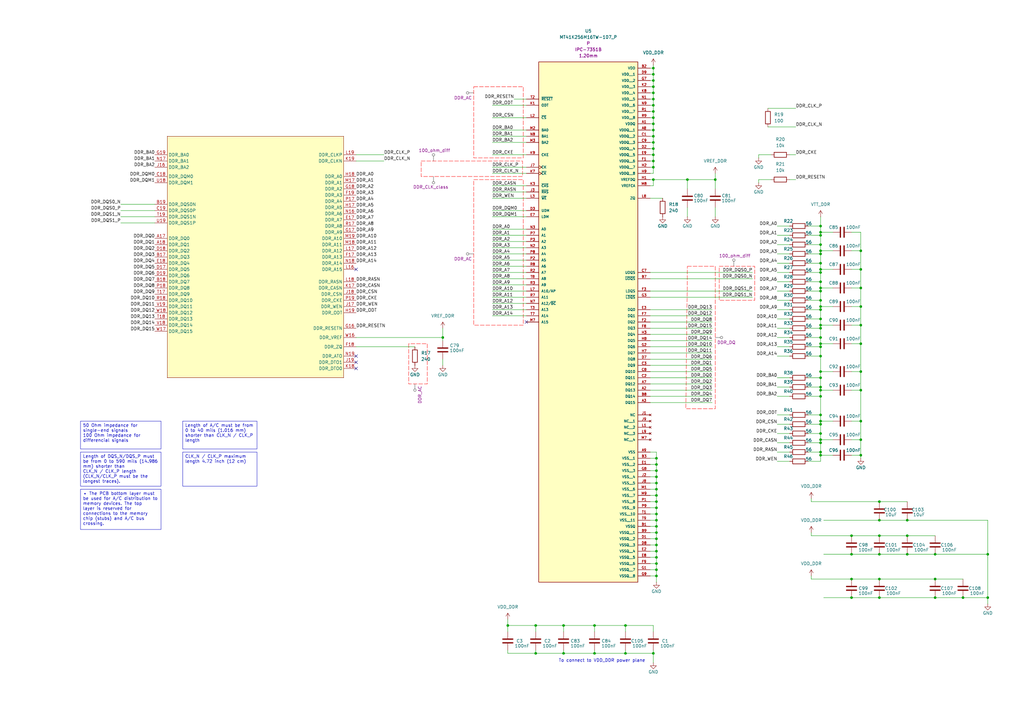
<source format=kicad_sch>
(kicad_sch (version 20250114) (generator "eeschema") (generator_version "9.0")
  (paper "A3")
  (title_block (comment 1 "Author: Mykola Grodskyi"))
  (text "To connect to VDD_DDR power plane" (at 246.888 271.018 0) (effects (font (size 1.27 1.27))))
  (text_box "Length of DQS_N/DQS_P must be from 0 to 590 mils (14.986 mm) shorter than\nCLK_N / CLK_P length (CLK_N/CLK_P must be the longest traces)." (at 33.02 185.42 0) (size 33.02 13.97) (margins 0.9525 0.9525 0.9525 0.9525) (effects (font (size 1.27 1.27)) (justify left top)))
  (text_box "• The PCB bottom layer must be used for A/C distribution to memory devices. The top\nlayer is reserved for connections to the memory chip (stubs) and A/C bus crossing." (at 33.02 200.66 0) (size 33.02 16.51) (margins 0.9525 0.9525 0.9525 0.9525) (effects (font (size 1.27 1.27)) (justify left top)))
  (text_box "CLK_N / CLK_P maximum length 4.72 inch (12 cm)" (at 74.93 185.42 0) (size 30.48 13.97) (margins 0.9525 0.9525 0.9525 0.9525) (effects (font (size 1.27 1.27)) (justify left top)))
  (text_box "50 Ohm impedance for single-end signals\n100 Ohm impedance for differencial signals" (at 33.02 172.72 0) (size 33.02 11.43) (margins 0.9525 0.9525 0.9525 0.9525) (effects (font (size 1.27 1.27)) (justify left top)))
  (text_box "Length of A/C must be from 0 to 40 mils (1.016 mm) shorter than CLK_N / CLK_P\nlength \n" (at 74.93 172.72 0) (size 30.48 11.43) (margins 0.9525 0.9525 0.9525 0.9525) (effects (font (size 1.27 1.27)) (justify left top)))
  (junction (at 267.97 60.96))
  (junction (at 336.55 177.8))
  (junction (at 269.24 193.04))
  (junction (at 269.24 233.68))
  (junction (at 267.97 73.66))
  (junction (at 269.24 200.66))
  (junction (at 353.06 186.69))
  (junction (at 349.25 237.49))
  (junction (at 336.55 170.18))
  (junction (at 269.24 205.74))
  (junction (at 269.24 187.96))
  (junction (at 231.14 256.54))
  (junction (at 269.24 223.52))
  (junction (at 269.24 210.82))
  (junction (at 336.55 111.76))
  (junction (at 353.06 140.97))
  (junction (at 267.97 68.58))
  (junction (at 267.97 27.94))
  (junction (at 394.97 245.11))
  (junction (at 336.55 173.99))
  (junction (at 336.55 186.69))
  (junction (at 336.55 138.43))
  (junction (at 336.55 102.87))
  (junction (at 336.55 100.33))
  (junction (at 256.54 267.97))
  (junction (at 293.37 73.66))
  (junction (at 336.55 123.19))
  (junction (at 360.68 219.71))
  (junction (at 219.71 256.54))
  (junction (at 353.06 160.02))
  (junction (at 336.55 152.4))
  (junction (at 267.97 35.56))
  (junction (at 353.06 125.73))
  (junction (at 383.54 227.33))
  (junction (at 269.24 220.98))
  (junction (at 383.54 245.11))
  (junction (at 269.24 208.28))
  (junction (at 336.55 180.34))
  (junction (at 267.97 66.04))
  (junction (at 269.24 195.58))
  (junction (at 336.55 133.35))
  (junction (at 349.25 219.71))
  (junction (at 181.61 138.43))
  (junction (at 336.55 115.57))
  (junction (at 360.68 213.36))
  (junction (at 349.25 227.33))
  (junction (at 336.55 162.56))
  (junction (at 336.55 172.72))
  (junction (at 372.11 227.33))
  (junction (at 243.84 267.97))
  (junction (at 336.55 92.71))
  (junction (at 267.97 40.64))
  (junction (at 353.06 152.4))
  (junction (at 269.24 198.12))
  (junction (at 353.06 118.11))
  (junction (at 269.24 226.06))
  (junction (at 372.11 213.36))
  (junction (at 243.84 256.54))
  (junction (at 360.68 205.74))
  (junction (at 353.06 133.35))
  (junction (at 267.97 45.72))
  (junction (at 336.55 160.02))
  (junction (at 336.55 119.38))
  (junction (at 353.06 102.87))
  (junction (at 269.24 231.14))
  (junction (at 336.55 118.11))
  (junction (at 269.24 190.5))
  (junction (at 267.97 63.5))
  (junction (at 269.24 218.44))
  (junction (at 336.55 134.62))
  (junction (at 383.54 237.49))
  (junction (at 267.97 30.48))
  (junction (at 336.55 154.94))
  (junction (at 405.13 227.33))
  (junction (at 336.55 95.25))
  (junction (at 360.68 227.33))
  (junction (at 372.11 219.71))
  (junction (at 336.55 104.14))
  (junction (at 267.97 267.97))
  (junction (at 267.97 50.8))
  (junction (at 353.06 180.34))
  (junction (at 336.55 110.49))
  (junction (at 269.24 228.6))
  (junction (at 267.97 43.18))
  (junction (at 269.24 215.9))
  (junction (at 353.06 172.72))
  (junction (at 267.97 33.02))
  (junction (at 256.54 256.54))
  (junction (at 336.55 125.73))
  (junction (at 281.94 73.66))
  (junction (at 208.28 256.54))
  (junction (at 360.68 245.11))
  (junction (at 336.55 130.81))
  (junction (at 336.55 142.24))
  (junction (at 267.97 53.34))
  (junction (at 269.24 203.2))
  (junction (at 336.55 185.42))
  (junction (at 269.24 213.36))
  (junction (at 336.55 146.05))
  (junction (at 353.06 110.49))
  (junction (at 267.97 38.1))
  (junction (at 219.71 267.97))
  (junction (at 269.24 236.22))
  (junction (at 267.97 48.26))
  (junction (at 267.97 58.42))
  (junction (at 231.14 267.97))
  (junction (at 360.68 237.49))
  (junction (at 336.55 96.52))
  (junction (at 336.55 158.75))
  (junction (at 336.55 181.61))
  (junction (at 405.13 245.11))
  (junction (at 336.55 107.95))
  (junction (at 349.25 245.11))
  (junction (at 336.55 127))
  (junction (at 267.97 55.88))
  (junction (at 336.55 140.97))
  (no_connect (at 146.05 110.49))
  (no_connect (at 215.9 132.08))
  (no_connect (at 146.05 148.59))
  (no_connect (at 146.05 151.13))
  (no_connect (at 146.05 146.05))
  (wire (pts (xy 269.24 205.74) (xy 269.24 208.28)))
  (wire (pts (xy 318.77 189.23) (xy 323.85 189.23)))
  (wire (pts (xy 353.06 102.87) (xy 353.06 110.49)))
  (wire (pts (xy 281.94 73.66) (xy 281.94 77.47)))
  (wire (pts (xy 269.24 193.04) (xy 269.24 195.58)))
  (wire (pts (xy 336.55 185.42) (xy 336.55 186.69)))
  (wire (pts (xy 336.55 100.33) (xy 336.55 102.87)))
  (wire (pts (xy 201.93 101.6) (xy 215.9 101.6)))
  (wire (pts (xy 256.54 256.54) (xy 256.54 259.08)))
  (wire (pts (xy 341.63 186.69) (xy 336.55 186.69)))
  (wire (pts (xy 383.54 245.11) (xy 394.97 245.11)))
  (wire (pts (xy 336.55 104.14) (xy 336.55 107.95)))
  (wire (pts (xy 360.68 245.11) (xy 383.54 245.11)))
  (wire (pts (xy 336.55 95.25) (xy 336.55 96.52)))
  (wire (pts (xy 266.7 149.86) (xy 292.1 149.86)))
  (wire (pts (xy 157.48 66.04) (xy 146.05 66.04)))
  (wire (pts (xy 267.97 30.48) (xy 267.97 33.02)))
  (wire (pts (xy 336.55 92.71) (xy 336.55 95.25)))
  (wire (pts (xy 318.77 181.61) (xy 323.85 181.61)))
  (wire (pts (xy 267.97 267.97) (xy 267.97 271.78)))
  (wire (pts (xy 336.55 119.38) (xy 331.47 119.38)))
  (wire (pts (xy 269.24 208.28) (xy 266.7 208.28)))
  (wire (pts (xy 336.55 111.76) (xy 336.55 115.57)))
  (wire (pts (xy 266.7 129.54) (xy 292.1 129.54)))
  (wire (pts (xy 311.15 73.66) (xy 316.23 73.66)))
  (wire (pts (xy 318.77 142.24) (xy 323.85 142.24)))
  (wire (pts (xy 353.06 140.97) (xy 353.06 152.4)))
  (wire (pts (xy 336.55 123.19) (xy 331.47 123.19)))
  (wire (pts (xy 269.24 198.12) (xy 266.7 198.12)))
  (wire (pts (xy 336.55 146.05) (xy 336.55 152.4)))
  (wire (pts (xy 269.24 213.36) (xy 269.24 215.9)))
  (wire (pts (xy 336.55 181.61) (xy 336.55 185.42)))
  (wire (pts (xy 336.55 102.87) (xy 336.55 104.14)))
  (wire (pts (xy 336.55 142.24) (xy 331.47 142.24)))
  (wire (pts (xy 269.24 226.06) (xy 266.7 226.06)))
  (wire (pts (xy 49.53 86.36) (xy 63.5 86.36)))
  (wire (pts (xy 341.63 125.73) (xy 336.55 125.73)))
  (wire (pts (xy 336.55 115.57) (xy 331.47 115.57)))
  (wire (pts (xy 360.68 213.36) (xy 372.11 213.36)))
  (wire (pts (xy 341.63 102.87) (xy 336.55 102.87)))
  (wire (pts (xy 336.55 185.42) (xy 331.47 185.42)))
  (wire (pts (xy 336.55 170.18) (xy 336.55 172.72)))
  (wire (pts (xy 353.06 133.35) (xy 349.25 133.35)))
  (wire (pts (xy 269.24 200.66) (xy 266.7 200.66)))
  (wire (pts (xy 266.7 139.7) (xy 292.1 139.7)))
  (wire (pts (xy 311.15 63.5) (xy 316.23 63.5)))
  (wire (pts (xy 372.11 227.33) (xy 383.54 227.33)))
  (wire (pts (xy 336.55 92.71) (xy 331.47 92.71)))
  (wire (pts (xy 336.55 134.62) (xy 336.55 138.43)))
  (wire (pts (xy 267.97 40.64) (xy 267.97 43.18)))
  (wire (pts (xy 201.93 86.36) (xy 215.9 86.36)))
  (wire (pts (xy 267.97 43.18) (xy 267.97 45.72)))
  (wire (pts (xy 394.97 245.11) (xy 405.13 245.11)))
  (wire (pts (xy 49.53 91.44) (xy 63.5 91.44)))
  (wire (pts (xy 383.54 237.49) (xy 394.97 237.49)))
  (wire (pts (xy 266.7 157.48) (xy 292.1 157.48)))
  (wire (pts (xy 267.97 27.94) (xy 266.7 27.94)))
  (wire (pts (xy 405.13 245.11) (xy 405.13 247.65)))
  (wire (pts (xy 269.24 195.58) (xy 266.7 195.58)))
  (wire (pts (xy 269.24 220.98) (xy 266.7 220.98)))
  (wire (pts (xy 266.7 134.62) (xy 292.1 134.62)))
  (wire (pts (xy 201.93 121.92) (xy 215.9 121.92)))
  (wire (pts (xy 267.97 68.58) (xy 267.97 71.12)))
  (wire (pts (xy 267.97 33.02) (xy 266.7 33.02)))
  (wire (pts (xy 269.24 185.42) (xy 269.24 187.96)))
  (wire (pts (xy 266.7 119.38) (xy 308.61 119.38)))
  (wire (pts (xy 269.24 223.52) (xy 266.7 223.52)))
  (wire (pts (xy 349.25 219.71) (xy 360.68 219.71)))
  (wire (pts (xy 269.24 220.98) (xy 269.24 223.52)))
  (wire (pts (xy 267.97 26.67) (xy 267.97 27.94)))
  (wire (pts (xy 267.97 55.88) (xy 266.7 55.88)))
  (wire (pts (xy 311.15 64.77) (xy 311.15 63.5)))
  (wire (pts (xy 372.11 219.71) (xy 383.54 219.71)))
  (wire (pts (xy 266.7 73.66) (xy 267.97 73.66)))
  (wire (pts (xy 267.97 55.88) (xy 267.97 58.42)))
  (wire (pts (xy 267.97 266.7) (xy 267.97 267.97)))
  (wire (pts (xy 243.84 266.7) (xy 243.84 267.97)))
  (wire (pts (xy 269.24 208.28) (xy 269.24 210.82)))
  (wire (pts (xy 336.55 186.69) (xy 336.55 189.23)))
  (wire (pts (xy 269.24 226.06) (xy 269.24 228.6)))
  (wire (pts (xy 266.7 162.56) (xy 292.1 162.56)))
  (wire (pts (xy 323.85 73.66) (xy 326.39 73.66)))
  (wire (pts (xy 266.7 160.02) (xy 292.1 160.02)))
  (wire (pts (xy 281.94 73.66) (xy 293.37 73.66)))
  (wire (pts (xy 266.7 114.3) (xy 308.61 114.3)))
  (wire (pts (xy 256.54 266.7) (xy 256.54 267.97)))
  (wire (pts (xy 208.28 266.7) (xy 208.28 267.97)))
  (wire (pts (xy 267.97 40.64) (xy 266.7 40.64)))
  (wire (pts (xy 269.24 187.96) (xy 269.24 190.5)))
  (wire (pts (xy 181.61 134.62) (xy 181.61 138.43)))
  (wire (pts (xy 318.77 111.76) (xy 323.85 111.76)))
  (wire (pts (xy 269.24 231.14) (xy 269.24 233.68)))
  (wire (pts (xy 208.28 254) (xy 208.28 256.54)))
  (wire (pts (xy 353.06 160.02) (xy 349.25 160.02)))
  (wire (pts (xy 267.97 53.34) (xy 266.7 53.34)))
  (wire (pts (xy 353.06 160.02) (xy 353.06 172.72)))
  (wire (pts (xy 372.11 213.36) (xy 405.13 213.36)))
  (wire (pts (xy 266.7 144.78) (xy 292.1 144.78)))
  (wire (pts (xy 318.77 115.57) (xy 323.85 115.57)))
  (wire (pts (xy 405.13 227.33) (xy 405.13 245.11)))
  (wire (pts (xy 266.7 137.16) (xy 292.1 137.16)))
  (wire (pts (xy 267.97 63.5) (xy 266.7 63.5)))
  (wire (pts (xy 201.93 88.9) (xy 215.9 88.9)))
  (wire (pts (xy 336.55 152.4) (xy 336.55 154.94)))
  (wire (pts (xy 269.24 193.04) (xy 266.7 193.04)))
  (wire (pts (xy 201.93 81.28) (xy 215.9 81.28)))
  (wire (pts (xy 201.93 99.06) (xy 215.9 99.06)))
  (wire (pts (xy 341.63 152.4) (xy 336.55 152.4)))
  (wire (pts (xy 318.77 107.95) (xy 323.85 107.95)))
  (wire (pts (xy 336.55 133.35) (xy 336.55 134.62)))
  (wire (pts (xy 353.06 172.72) (xy 349.25 172.72)))
  (wire (pts (xy 266.7 127) (xy 292.1 127)))
  (wire (pts (xy 269.24 210.82) (xy 266.7 210.82)))
  (wire (pts (xy 269.24 236.22) (xy 269.24 238.76)))
  (wire (pts (xy 349.25 227.33) (xy 360.68 227.33)))
  (wire (pts (xy 231.14 267.97) (xy 243.84 267.97)))
  (wire (pts (xy 318.77 130.81) (xy 323.85 130.81)))
  (wire (pts (xy 266.7 165.1) (xy 292.1 165.1)))
  (wire (pts (xy 336.55 115.57) (xy 336.55 118.11)))
  (wire (pts (xy 208.28 267.97) (xy 219.71 267.97)))
  (wire (pts (xy 353.06 133.35) (xy 353.06 140.97)))
  (wire (pts (xy 336.55 130.81) (xy 331.47 130.81)))
  (wire (pts (xy 49.53 88.9) (xy 63.5 88.9)))
  (wire (pts (xy 341.63 160.02) (xy 336.55 160.02)))
  (wire (pts (xy 256.54 256.54) (xy 267.97 256.54)))
  (wire (pts (xy 201.93 96.52) (xy 215.9 96.52)))
  (wire (pts (xy 269.24 190.5) (xy 266.7 190.5)))
  (wire (pts (xy 318.77 154.94) (xy 323.85 154.94)))
  (wire (pts (xy 336.55 172.72) (xy 336.55 173.99)))
  (wire (pts (xy 219.71 266.7) (xy 219.71 267.97)))
  (wire (pts (xy 336.55 160.02) (xy 336.55 162.56)))
  (wire (pts (xy 336.55 162.56) (xy 336.55 170.18)))
  (wire (pts (xy 337.82 227.33) (xy 349.25 227.33)))
  (wire (pts (xy 349.25 245.11) (xy 360.68 245.11)))
  (wire (pts (xy 336.55 154.94) (xy 331.47 154.94)))
  (wire (pts (xy 353.06 152.4) (xy 349.25 152.4)))
  (wire (pts (xy 332.74 219.71) (xy 349.25 219.71)))
  (wire (pts (xy 269.24 228.6) (xy 266.7 228.6)))
  (wire (pts (xy 331.47 100.33) (xy 336.55 100.33)))
  (wire (pts (xy 267.97 38.1) (xy 266.7 38.1)))
  (wire (pts (xy 266.7 81.28) (xy 271.78 81.28)))
  (wire (pts (xy 219.71 256.54) (xy 231.14 256.54)))
  (wire (pts (xy 269.24 213.36) (xy 266.7 213.36)))
  (wire (pts (xy 269.24 215.9) (xy 266.7 215.9)))
  (wire (pts (xy 267.97 53.34) (xy 267.97 55.88)))
  (wire (pts (xy 336.55 134.62) (xy 331.47 134.62)))
  (wire (pts (xy 353.06 180.34) (xy 349.25 180.34)))
  (wire (pts (xy 337.82 213.36) (xy 360.68 213.36)))
  (wire (pts (xy 336.55 162.56) (xy 331.47 162.56)))
  (wire (pts (xy 336.55 107.95) (xy 336.55 110.49)))
  (wire (pts (xy 243.84 256.54) (xy 256.54 256.54)))
  (wire (pts (xy 353.06 180.34) (xy 353.06 186.69)))
  (wire (pts (xy 266.7 142.24) (xy 292.1 142.24)))
  (wire (pts (xy 332.74 236.22) (xy 332.74 237.49)))
  (wire (pts (xy 201.93 93.98) (xy 215.9 93.98)))
  (wire (pts (xy 201.93 104.14) (xy 215.9 104.14)))
  (wire (pts (xy 201.93 48.26) (xy 215.9 48.26)))
  (wire (pts (xy 201.93 116.84) (xy 215.9 116.84)))
  (wire (pts (xy 267.97 76.2) (xy 267.97 73.66)))
  (wire (pts (xy 341.63 180.34) (xy 336.55 180.34)))
  (wire (pts (xy 353.06 95.25) (xy 349.25 95.25)))
  (wire (pts (xy 181.61 139.7) (xy 181.61 138.43)))
  (wire (pts (xy 201.93 63.5) (xy 215.9 63.5)))
  (wire (pts (xy 293.37 73.66) (xy 293.37 77.47)))
  (wire (pts (xy 336.55 118.11) (xy 336.55 119.38)))
  (wire (pts (xy 269.24 203.2) (xy 269.24 205.74)))
  (wire (pts (xy 318.77 100.33) (xy 323.85 100.33)))
  (wire (pts (xy 201.93 124.46) (xy 215.9 124.46)))
  (wire (pts (xy 201.93 43.18) (xy 215.9 43.18)))
  (wire (pts (xy 201.93 114.3) (xy 215.9 114.3)))
  (wire (pts (xy 353.06 118.11) (xy 349.25 118.11)))
  (wire (pts (xy 269.24 198.12) (xy 269.24 200.66)))
  (wire (pts (xy 281.94 88.9) (xy 281.94 85.09)))
  (wire (pts (xy 353.06 186.69) (xy 349.25 186.69)))
  (wire (pts (xy 318.77 170.18) (xy 323.85 170.18)))
  (wire (pts (xy 336.55 181.61) (xy 331.47 181.61)))
  (wire (pts (xy 331.47 104.14) (xy 336.55 104.14)))
  (wire (pts (xy 269.24 185.42) (xy 266.7 185.42)))
  (wire (pts (xy 336.55 189.23) (xy 331.47 189.23)))
  (wire (pts (xy 266.7 147.32) (xy 292.1 147.32)))
  (wire (pts (xy 353.06 125.73) (xy 349.25 125.73)))
  (wire (pts (xy 201.93 76.2) (xy 215.9 76.2)))
  (wire (pts (xy 341.63 133.35) (xy 336.55 133.35)))
  (wire (pts (xy 201.93 71.12) (xy 215.9 71.12)))
  (wire (pts (xy 201.93 55.88) (xy 215.9 55.88)))
  (wire (pts (xy 267.97 58.42) (xy 266.7 58.42)))
  (wire (pts (xy 267.97 33.02) (xy 267.97 35.56)))
  (wire (pts (xy 201.93 53.34) (xy 215.9 53.34)))
  (wire (pts (xy 293.37 88.9) (xy 293.37 85.09)))
  (wire (pts (xy 267.97 35.56) (xy 267.97 38.1)))
  (wire (pts (xy 341.63 110.49) (xy 336.55 110.49)))
  (wire (pts (xy 314.96 44.45) (xy 326.39 44.45)))
  (wire (pts (xy 353.06 186.69) (xy 353.06 187.96)))
  (wire (pts (xy 353.06 172.72) (xy 353.06 180.34)))
  (wire (pts (xy 360.68 227.33) (xy 372.11 227.33)))
  (wire (pts (xy 267.97 58.42) (xy 267.97 60.96)))
  (wire (pts (xy 269.24 228.6) (xy 269.24 231.14)))
  (wire (pts (xy 332.74 218.44) (xy 332.74 219.71)))
  (wire (pts (xy 269.24 233.68) (xy 266.7 233.68)))
  (wire (pts (xy 318.77 146.05) (xy 323.85 146.05)))
  (wire (pts (xy 336.55 125.73) (xy 336.55 127)))
  (wire (pts (xy 353.06 95.25) (xy 353.06 102.87)))
  (wire (pts (xy 269.24 203.2) (xy 266.7 203.2)))
  (wire (pts (xy 269.24 231.14) (xy 266.7 231.14)))
  (wire (pts (xy 353.06 140.97) (xy 349.25 140.97)))
  (wire (pts (xy 267.97 66.04) (xy 266.7 66.04)))
  (wire (pts (xy 318.77 96.52) (xy 323.85 96.52)))
  (wire (pts (xy 219.71 256.54) (xy 219.71 259.08)))
  (wire (pts (xy 146.05 138.43) (xy 181.61 138.43)))
  (wire (pts (xy 332.74 204.47) (xy 332.74 205.74)))
  (wire (pts (xy 336.55 140.97) (xy 336.55 142.24)))
  (wire (pts (xy 353.06 152.4) (xy 353.06 160.02)))
  (wire (pts (xy 267.97 60.96) (xy 266.7 60.96)))
  (wire (pts (xy 269.24 205.74) (xy 266.7 205.74)))
  (wire (pts (xy 269.24 218.44) (xy 269.24 220.98)))
  (wire (pts (xy 256.54 267.97) (xy 267.97 267.97)))
  (wire (pts (xy 231.14 256.54) (xy 243.84 256.54)))
  (wire (pts (xy 267.97 259.08) (xy 267.97 256.54)))
  (wire (pts (xy 336.55 127) (xy 331.47 127)))
  (wire (pts (xy 219.71 267.97) (xy 231.14 267.97)))
  (wire (pts (xy 341.63 118.11) (xy 336.55 118.11)))
  (wire (pts (xy 336.55 107.95) (xy 331.47 107.95)))
  (wire (pts (xy 318.77 185.42) (xy 323.85 185.42)))
  (wire (pts (xy 318.77 134.62) (xy 323.85 134.62)))
  (wire (pts (xy 267.97 43.18) (xy 266.7 43.18)))
  (wire (pts (xy 341.63 140.97) (xy 336.55 140.97)))
  (wire (pts (xy 267.97 35.56) (xy 266.7 35.56)))
  (wire (pts (xy 318.77 177.8) (xy 323.85 177.8)))
  (wire (pts (xy 341.63 95.25) (xy 336.55 95.25)))
  (wire (pts (xy 210.82 40.64) (xy 215.9 40.64)))
  (wire (pts (xy 336.55 142.24) (xy 336.55 146.05)))
  (wire (pts (xy 318.77 123.19) (xy 323.85 123.19)))
  (wire (pts (xy 146.05 142.24) (xy 170.18 142.24)))
  (wire (pts (xy 353.06 102.87) (xy 349.25 102.87)))
  (wire (pts (xy 336.55 110.49) (xy 336.55 111.76)))
  (wire (pts (xy 336.55 158.75) (xy 336.55 160.02)))
  (wire (pts (xy 336.55 123.19) (xy 336.55 125.73)))
  (wire (pts (xy 267.97 27.94) (xy 267.97 30.48)))
  (wire (pts (xy 341.63 172.72) (xy 336.55 172.72)))
  (wire (pts (xy 318.77 104.14) (xy 323.85 104.14)))
  (wire (pts (xy 318.77 92.71) (xy 323.85 92.71)))
  (wire (pts (xy 267.97 45.72) (xy 266.7 45.72)))
  (wire (pts (xy 336.55 119.38) (xy 336.55 123.19)))
  (wire (pts (xy 336.55 111.76) (xy 331.47 111.76)))
  (wire (pts (xy 293.37 71.12) (xy 293.37 73.66)))
  (wire (pts (xy 318.77 158.75) (xy 323.85 158.75)))
  (wire (pts (xy 269.24 233.68) (xy 269.24 236.22)))
  (wire (pts (xy 267.97 48.26) (xy 267.97 50.8)))
  (wire (pts (xy 201.93 68.58) (xy 215.9 68.58)))
  (wire (pts (xy 201.93 111.76) (xy 215.9 111.76)))
  (wire (pts (xy 267.97 63.5) (xy 267.97 66.04)))
  (wire (pts (xy 181.61 149.86) (xy 181.61 147.32)))
  (wire (pts (xy 267.97 38.1) (xy 267.97 40.64)))
  (wire (pts (xy 336.55 177.8) (xy 331.47 177.8)))
  (wire (pts (xy 318.77 127) (xy 323.85 127)))
  (wire (pts (xy 336.55 170.18) (xy 331.47 170.18)))
  (wire (pts (xy 353.06 110.49) (xy 349.25 110.49)))
  (wire (pts (xy 269.24 200.66) (xy 269.24 203.2)))
  (wire (pts (xy 336.55 180.34) (xy 336.55 181.61)))
  (wire (pts (xy 267.97 50.8) (xy 266.7 50.8)))
  (wire (pts (xy 353.06 118.11) (xy 353.06 125.73)))
  (wire (pts (xy 269.24 190.5) (xy 269.24 193.04)))
  (wire (pts (xy 266.7 111.76) (xy 308.61 111.76)))
  (wire (pts (xy 201.93 109.22) (xy 215.9 109.22)))
  (wire (pts (xy 336.55 177.8) (xy 336.55 180.34)))
  (wire (pts (xy 336.55 154.94) (xy 336.55 158.75)))
  (wire (pts (xy 318.77 173.99) (xy 323.85 173.99)))
  (wire (pts (xy 318.77 119.38) (xy 323.85 119.38)))
  (wire (pts (xy 336.55 96.52) (xy 336.55 100.33)))
  (wire (pts (xy 267.97 50.8) (xy 267.97 53.34)))
  (wire (pts (xy 243.84 256.54) (xy 243.84 259.08)))
  (wire (pts (xy 269.24 187.96) (xy 266.7 187.96)))
  (wire (pts (xy 267.97 30.48) (xy 266.7 30.48)))
  (wire (pts (xy 266.7 76.2) (xy 267.97 76.2)))
  (wire (pts (xy 266.7 154.94) (xy 292.1 154.94)))
  (wire (pts (xy 49.53 83.82) (xy 63.5 83.82)))
  (wire (pts (xy 201.93 119.38) (xy 215.9 119.38)))
  (wire (pts (xy 360.68 205.74) (xy 372.11 205.74)))
  (wire (pts (xy 336.55 146.05) (xy 331.47 146.05)))
  (wire (pts (xy 266.7 132.08) (xy 292.1 132.08)))
  (wire (pts (xy 269.24 236.22) (xy 266.7 236.22)))
  (wire (pts (xy 353.06 125.73) (xy 353.06 133.35)))
  (wire (pts (xy 353.06 110.49) (xy 353.06 118.11)))
  (wire (pts (xy 349.25 237.49) (xy 360.68 237.49)))
  (wire (pts (xy 318.77 162.56) (xy 323.85 162.56)))
  (wire (pts (xy 336.55 173.99) (xy 331.47 173.99)))
  (wire (pts (xy 267.97 45.72) (xy 267.97 48.26)))
  (wire (pts (xy 332.74 205.74) (xy 360.68 205.74)))
  (wire (pts (xy 267.97 48.26) (xy 266.7 48.26)))
  (wire (pts (xy 267.97 60.96) (xy 267.97 63.5)))
  (wire (pts (xy 201.93 58.42) (xy 215.9 58.42)))
  (wire (pts (xy 383.54 227.33) (xy 405.13 227.33)))
  (wire (pts (xy 336.55 127) (xy 336.55 130.81)))
  (wire (pts (xy 336.55 138.43) (xy 331.47 138.43)))
  (wire (pts (xy 231.14 256.54) (xy 231.14 259.08)))
  (wire (pts (xy 318.77 138.43) (xy 323.85 138.43)))
  (wire (pts (xy 201.93 129.54) (xy 215.9 129.54)))
  (wire (pts (xy 332.74 237.49) (xy 349.25 237.49)))
  (wire (pts (xy 267.97 66.04) (xy 267.97 68.58)))
  (wire (pts (xy 336.55 158.75) (xy 331.47 158.75)))
  (wire (pts (xy 269.24 215.9) (xy 269.24 218.44)))
  (wire (pts (xy 208.28 256.54) (xy 208.28 259.08)))
  (wire (pts (xy 157.48 63.5) (xy 146.05 63.5)))
  (wire (pts (xy 405.13 213.36) (xy 405.13 227.33)))
  (wire (pts (xy 360.68 219.71) (xy 372.11 219.71)))
  (wire (pts (xy 269.24 195.58) (xy 269.24 198.12)))
  (wire (pts (xy 267.97 73.66) (xy 281.94 73.66)))
  (wire (pts (xy 269.24 210.82) (xy 269.24 213.36)))
  (wire (pts (xy 269.24 223.52) (xy 269.24 226.06)))
  (wire (pts (xy 326.39 52.07) (xy 314.96 52.07)))
  (wire (pts (xy 323.85 63.5) (xy 326.39 63.5)))
  (wire (pts (xy 266.7 121.92) (xy 308.61 121.92)))
  (wire (pts (xy 201.93 106.68) (xy 215.9 106.68)))
  (wire (pts (xy 336.55 173.99) (xy 336.55 177.8)))
  (wire (pts (xy 201.93 127) (xy 215.9 127)))
  (wire (pts (xy 208.28 256.54) (xy 219.71 256.54)))
  (wire (pts (xy 201.93 78.74) (xy 215.9 78.74)))
  (wire (pts (xy 267.97 68.58) (xy 266.7 68.58)))
  (wire (pts (xy 360.68 237.49) (xy 383.54 237.49)))
  (wire (pts (xy 269.24 218.44) (xy 266.7 218.44)))
  (wire (pts (xy 331.47 96.52) (xy 336.55 96.52)))
  (wire (pts (xy 337.82 245.11) (xy 349.25 245.11)))
  (wire (pts (xy 311.15 74.93) (xy 311.15 73.66)))
  (wire (pts (xy 243.84 267.97) (xy 256.54 267.97)))
  (wire (pts (xy 266.7 152.4) (xy 292.1 152.4)))
  (wire (pts (xy 336.55 130.81) (xy 336.55 133.35)))
  (wire (pts (xy 336.55 138.43) (xy 336.55 140.97)))
  (wire (pts (xy 231.14 266.7) (xy 231.14 267.97)))
  (wire (pts (xy 267.97 71.12) (xy 266.7 71.12)))
  (wire (pts (xy 336.55 88.9) (xy 336.55 92.71)))
  (label "DDR_RASN" (at 201.93 78.74 0))
  (label "DDR_DQS0_P" (at 308.61 111.76 180))
  (label "DDR_DQ10" (at 63.5 123.19 180))
  (label "DDR_DQ9" (at 63.5 120.65 180))
  (label "DDR_A10" (at 318.77 130.81 180))
  (label "DDR_A12" (at 201.93 124.46 0))
  (label "DDR_CKE" (at 318.77 177.8 180))
  (label "DDR_DQ3" (at 63.5 105.41 180))
  (label "DDR_A1" (at 201.93 96.52 0))
  (label "DDR_CASN" (at 318.77 181.61 180))
  (label "DDR_ODT" (at 201.93 43.18 0))
  (label "DDR_BA0" (at 63.5 63.5 180))
  (label "DDR_DQ5" (at 63.5 110.49 180))
  (label "DDR_DQ2" (at 292.1 157.48 180))
  (label "DDR_A2" (at 146.05 77.47 0))
  (label "DDR_A8" (at 318.77 123.19 180))
  (label "DDR_DQ14" (at 292.1 139.7 180))
  (label "DDR_DQS1_P" (at 308.61 119.38 180))
  (label "DDR_A10" (at 201.93 119.38 0))
  (label "DDR_A3" (at 146.05 80.01 0))
  (label "DDR_A3" (at 318.77 104.14 180))
  (label "DDR_A9" (at 146.05 95.25 0))
  (label "DDR_DQ3" (at 292.1 160.02 180))
  (label "DDR_BA2" (at 63.5 68.58 180))
  (label "DDR_A14" (at 318.77 146.05 180))
  (label "DDR_CSN" (at 201.93 48.26 0))
  (label "DDR_A4" (at 146.05 82.55 0))
  (label "DDR_DQS1_P" (at 49.53 91.44 180))
  (label "DDR_CKE" (at 326.39 63.5 0))
  (label "DDR_A7" (at 318.77 119.38 180))
  (label "DDR_A5" (at 201.93 106.68 0))
  (label "DDR_A9" (at 318.77 127 180))
  (label "DDR_DQM0" (at 201.93 86.36 0))
  (label "DDR_DQ8" (at 63.5 118.11 180))
  (label "DDR_CASN" (at 201.93 76.2 0))
  (label "DDR_A4" (at 318.77 107.95 180))
  (label "DDR_CLK_N" (at 157.48 66.04 0))
  (label "DDR_DQ13" (at 292.1 127 180))
  (label "DDR_A3" (at 201.93 101.6 0))
  (label "DDR_RESETN" (at 146.05 134.62 0))
  (label "DDR_ODT" (at 146.05 128.27 0))
  (label "DDR_A0" (at 146.05 72.39 0))
  (label "DDR_DQ10" (at 292.1 142.24 180))
  (label "DDR_CLK_P" (at 157.48 63.5 0))
  (label "DDR_DQ0" (at 292.1 154.94 180))
  (label "DDR_CKE" (at 201.93 63.5 0))
  (label "DDR_WEN" (at 146.05 125.73 0))
  (label "DDR_DQ14" (at 63.5 133.35 180))
  (label "DDR_BA0" (at 318.77 154.94 180))
  (label "DDR_BA1" (at 63.5 66.04 180))
  (label "DDR_DQ11" (at 292.1 144.78 180))
  (label "DDR_BA1" (at 201.93 55.88 0))
  (label "DDR_A14" (at 201.93 129.54 0))
  (label "DDR_WEN" (at 318.77 189.23 180))
  (label "DDR_CLK_N" (at 326.39 52.07 0))
  (label "DDR_A8" (at 201.93 114.3 0))
  (label "DDR_DQ7" (at 63.5 115.57 180))
  (label "DDR_DQ7" (at 292.1 165.1 180))
  (label "DDR_CKE" (at 146.05 123.19 0))
  (label "DDR_DQ15" (at 292.1 134.62 180))
  (label "DDR_A6" (at 318.77 115.57 180))
  (label "DDR_DQ5" (at 292.1 152.4 180))
  (label "DDR_BA2" (at 318.77 162.56 180))
  (label "DDR_A1" (at 318.77 96.52 180))
  (label "DDR_A0" (at 318.77 92.71 180))
  (label "DDR_A2" (at 318.77 100.33 180))
  (label "DDR_DQ13" (at 63.5 130.81 180))
  (label "DDR_ODT" (at 318.77 170.18 180))
  (label "DDR_DQS1_N" (at 49.53 88.9 180))
  (label "DDR_DQ6" (at 63.5 113.03 180))
  (label "DDR_A13" (at 318.77 142.24 180))
  (label "DDR_DQ12" (at 63.5 128.27 180))
  (label "DDR_A14" (at 146.05 107.95 0))
  (label "DDR_DQ15" (at 63.5 135.89 180))
  (label "DDR_A1" (at 146.05 74.93 0))
  (label "DDR_DQS0_P" (at 49.53 86.36 180))
  (label "DDR_A11" (at 201.93 121.92 0))
  (label "DDR_CLK_P" (at 326.39 44.45 0))
  (label "DDR_A7" (at 146.05 90.17 0))
  (label "DDR_BA2" (at 201.93 58.42 0))
  (label "DDR_A2" (at 201.93 99.06 0))
  (label "DDR_A4" (at 201.93 104.14 0))
  (label "DDR_A5" (at 146.05 85.09 0))
  (label "DDR_A9" (at 201.93 116.84 0))
  (label "DDR_DQ2" (at 63.5 102.87 180))
  (label "DDR_A6" (at 146.05 87.63 0))
  (label "DDR_A8" (at 146.05 92.71 0))
  (label "DDR_A12" (at 146.05 102.87 0))
  (label "DDR_DQS0_N" (at 49.53 83.82 180))
  (label "DDR_A7" (at 201.93 111.76 0))
  (label "DDR_DQ0" (at 63.5 97.79 180))
  (label "DDR_DQ1" (at 292.1 149.86 180))
  (label "DDR_DQ8" (at 292.1 132.08 180))
  (label "DDR_A5" (at 318.77 111.76 180))
  (label "DDR_RASN" (at 146.05 115.57 0))
  (label "DDR_RESETN" (at 210.82 40.64 180))
  (label "DDR_A12" (at 318.77 138.43 180))
  (label "DDR_DQ11" (at 63.5 125.73 180))
  (label "DDR_CLK_P" (at 201.93 68.58 0))
  (label "DDR_CLK_N" (at 201.93 71.12 0))
  (label "DDR_DQS1_N" (at 308.61 121.92 180))
  (label "DDR_DQ9" (at 292.1 137.16 180))
  (label "DDR_CSN" (at 318.77 173.99 180))
  (label "DDR_A11" (at 318.77 134.62 180))
  (label "DDR_A11" (at 146.05 100.33 0))
  (label "DDR_DQM1" (at 201.93 88.9 0))
  (label "DDR_BA0" (at 201.93 53.34 0))
  (label "DDR_A10" (at 146.05 97.79 0))
  (label "DDR_CASN" (at 146.05 118.11 0))
  (label "DDR_DQ6" (at 292.1 147.32 180))
  (label "DDR_DQ4" (at 63.5 107.95 180))
  (label "DDR_CSN" (at 146.05 120.65 0))
  (label "DDR_DQM0" (at 63.5 72.39 180))
  (label "DDR_DQ1" (at 63.5 100.33 180))
  (label "DDR_RASN" (at 318.77 185.42 180))
  (label "DDR_A6" (at 201.93 109.22 0))
  (label "DDR_DQ4" (at 292.1 162.56 180))
  (label "DDR_WEN" (at 201.93 81.28 0))
  (label "DDR_DQ12" (at 292.1 129.54 180))
  (label "DDR_DQM1" (at 63.5 74.93 180))
  (label "DDR_A13" (at 146.05 105.41 0))
  (label "DDR_DQS0_N" (at 308.61 114.3 180))
  (label "DDR_A0" (at 201.93 93.98 0))
  (label "DDR_A13" (at 201.93 127 0))
  (label "DDR_RESETN" (at 326.39 73.66 0))
  (label "DDR_BA1" (at 318.77 158.75 180))
  (rule_area (polyline (pts (xy 294.9575 109.22) (xy 309.5625 109.22) (xy 309.5625 123.19) (xy 294.9575 123.19)) (stroke (width 0) (type dash))))
  (rule_area (polyline (pts (xy 194.31 35.56) (xy 214.63 35.56) (xy 214.63 64.77) (xy 194.31 64.77)) (stroke (width 0) (type dash))))
  (rule_area (polyline (pts (xy 167.64 140.97) (xy 167.64 157.48) (xy 175.26 157.48) (xy 175.26 140.97)) (stroke (width 0) (type dash))))
  (rule_area (polyline (pts (xy 194.31 73.66) (xy 214.63 73.66) (xy 214.63 133.35) (xy 194.31 133.35)) (stroke (width 0) (type dash))))
  (rule_area (polyline (pts (xy 281.94 109.22) (xy 293.37 109.22) (xy 293.37 167.64) (xy 281.305 167.64)) (stroke (width 0) (type dash))))
  (rule_area (polyline (pts (xy 172.72 66.04) (xy 214.3125 66.04) (xy 214.3125 72.39) (xy 172.72 72.39)) (stroke (width 0) (type dash))))
  (netclass_flag "" (length 2.54) (shape round) (at 177.8 66.04 0) (property "Netclass" "100_ohm_diff" (at 171.704 61.722 0) (effects (justify left))))
  (netclass_flag "" (length 2.54) (shape round) (at 177.8 72.39 180) (property "Netclass" "DDR_CLK_class" (at 183.896 76.708 0) (effects (justify right))))
  (netclass_flag "" (length 2.54) (shape round) (at 170.18 157.48 180) (property "Netclass" "DDR_AC" (at 172.212 158.242 90) (effects (justify right))))
  (netclass_flag "" (length 2.54) (shape round) (at 194.31 104.14 90) (property "Netclass" "DDR_AC" (at 193.548 106.172 0) (effects (justify right))))
  (netclass_flag "" (length 2.54) (shape round) (at 293.37 138.43 270) (property "Netclass" "DDR_DQ" (at 294.132 140.462 0) (effects (justify left))))
  (netclass_flag "" (length 2.54) (shape round) (at 300.99 109.22 0) (property "Netclass" "100_ohm_diff" (at 294.894 104.902 0) (effects (justify left))))
  (netclass_flag "" (length 2.54) (shape round) (at 194.31 38.1 90) (property "Netclass" "DDR_AC" (at 193.548 40.132 0) (effects (justify right))))
  (symbol (lib_id "power:GND") (at 267.97 271.78 0) (unit 1)
    (property "Reference" "#PWR07" (effects (hide yes)))
    (property "Value" "GND" (at 267.97 275.59 0))
    (property "Description" "Power symbol creates a global label with name \"GND\" , ground" (effects (hide yes)))
  )
  (symbol (lib_id "power:+36V") (at 332.74 236.22 0) (unit 1)
    (property "Reference" "#PWR0111" (effects (hide yes)))
    (property "Value" "VDD_DDR" (at 332.74 231.14 0))
    (property "Description" "Power symbol creates a global label with name \"+36V\"" (effects (hide yes)))
  )
  (symbol (lib_id "Device:R") (at 327.66 170.18 90) (unit 1)
    (property "Reference" "R41" (at 323.342 168.148 90))
    (property "Value" "56" (at 331.724 169.164 90))
    (property "Footprint" "Resistor_SMD:R_0402_1005Metric" (effects (hide yes)))
    (property "Description" "Resistor" (effects (hide yes)))
  )
  (symbol (lib_id "power:GND") (at 170.18 149.86 0) (unit 1)
    (property "Reference" "#PWR098" (effects (hide yes)))
    (property "Value" "GND" (at 170.18 153.67 0))
    (property "Description" "Power symbol creates a global label with name \"GND\" , ground" (effects (hide yes)))
  )
  (symbol (lib_id "power:GND") (at 311.15 74.93 0) (unit 1)
    (property "Reference" "#PWR0108" (effects (hide yes)))
    (property "Value" "GND" (at 311.15 78.74 0))
    (property "Description" "Power symbol creates a global label with name \"GND\" , ground" (effects (hide yes)))
  )
  (symbol (lib_id "power:+36V") (at 208.28 254 0) (unit 1)
    (property "Reference" "#PWR08" (effects (hide yes)))
    (property "Value" "VDD_DDR" (at 208.28 248.92 0))
    (property "Description" "Power symbol creates a global label with name \"+36V\"" (effects (hide yes)))
  )
  (symbol (lib_id "Device:R") (at 314.96 48.26 0) (unit 1)
    (property "Reference" "R19" (at 317.5 46.9899 0) (effects (justify left)))
    (property "Value" "100" (at 317.5 49.5299 0) (effects (justify left)))
    (property "Footprint" "Resistor_SMD:R_0402_1005Metric" (effects (hide yes)))
    (property "Description" "Resistor" (effects (hide yes)))
  )
  (symbol (lib_id "Device:C") (at 372.11 209.55 180) (unit 1)
    (property "Reference" "C103" (at 376.428 209.042 0))
    (property "Value" "10uF" (at 376.936 211.074 0))
    (property "Footprint" "Capacitor_SMD:C_0603_1608Metric" (effects (hide yes)))
    (property "Description" "Unpolarized capacitor" (effects (hide yes)))
    (property "P/N" "GRT188R61A106KE13D" (effects (hide yes)))
    (property "Mouser P/N" "81-GRT188R61A106KE3D" (effects (hide yes)))
  )
  (symbol (lib_id "Device:C") (at 349.25 241.3 180) (unit 1)
    (property "Reference" "C99" (at 354.076 241.3 0))
    (property "Value" "100nF" (at 355.092 243.332 0))
    (property "Footprint" "lib:C_0402_small" (effects (hide yes)))
    (property "Description" "Unpolarized capacitor" (effects (hide yes)))
    (property "P/N" " GRM155R61E104KA87J" (effects (hide yes)))
    (property "Mouser P/N" "81-GRM155R61E104KA7J" (effects (hide yes)))
  )
  (symbol (lib_id "Device:C") (at 345.44 140.97 90) (unit 1)
    (property "Reference" "C91" (at 341.884 138.938 90))
    (property "Value" "100nF" (at 350.012 138.938 90))
    (property "Footprint" "lib:C_0402_small" (effects (hide yes)))
    (property "Description" "Unpolarized capacitor" (effects (hide yes)))
    (property "P/N" " GRM155R61E104KA87J" (effects (hide yes)))
    (property "Mouser P/N" "81-GRM155R61E104KA7J" (effects (hide yes)))
  )
  (symbol (lib_id "Device:C") (at 345.44 118.11 90) (unit 1)
    (property "Reference" "C88" (at 341.884 116.078 90))
    (property "Value" "100nF" (at 350.012 116.078 90))
    (property "Footprint" "lib:C_0402_small" (effects (hide yes)))
    (property "Description" "Unpolarized capacitor" (effects (hide yes)))
    (property "P/N" " GRM155R61E104KA87J" (effects (hide yes)))
    (property "Mouser P/N" "81-GRM155R61E104KA7J" (effects (hide yes)))
  )
  (symbol (lib_id "Device:C") (at 345.44 102.87 90) (unit 1)
    (property "Reference" "C86" (at 341.884 100.838 90))
    (property "Value" "100nF" (at 350.012 100.838 90))
    (property "Footprint" "lib:C_0402_small" (effects (hide yes)))
    (property "Description" "Unpolarized capacitor" (effects (hide yes)))
    (property "P/N" " GRM155R61E104KA87J" (effects (hide yes)))
    (property "Mouser P/N" "81-GRM155R61E104KA7J" (effects (hide yes)))
  )
  (symbol (lib_id "Device:C") (at 345.44 160.02 90) (unit 1)
    (property "Reference" "C93" (at 341.884 157.988 90))
    (property "Value" "100nF" (at 350.012 157.988 90))
    (property "Footprint" "lib:C_0402_small" (effects (hide yes)))
    (property "Description" "Unpolarized capacitor" (effects (hide yes)))
    (property "P/N" " GRM155R61E104KA87J" (effects (hide yes)))
    (property "Mouser P/N" "81-GRM155R61E104KA7J" (effects (hide yes)))
  )
  (symbol (lib_id "Device:C") (at 181.61 143.51 180) (unit 1)
    (property "Reference" "C79" (at 186.436 141.732 0))
    (property "Value" "100nF" (at 187.452 143.764 0))
    (property "Footprint" "lib:C_0402_small" (effects (hide yes)))
    (property "Description" "Unpolarized capacitor" (effects (hide yes)))
    (property "P/N" " GRM155R61E104KA87J" (effects (hide yes)))
    (property "Mouser P/N" "81-GRM155R61E104KA7J" (effects (hide yes)))
  )
  (symbol (lib_id "Device:C") (at 394.97 241.3 180) (unit 1)
    (property "Reference" "C108" (at 399.796 241.3 0))
    (property "Value" "100nF" (at 400.812 243.332 0))
    (property "Footprint" "lib:C_0402_small" (effects (hide yes)))
    (property "Description" "Unpolarized capacitor" (effects (hide yes)))
    (property "P/N" " GRM155R61E104KA87J" (effects (hide yes)))
    (property "Mouser P/N" "81-GRM155R61E104KA7J" (effects (hide yes)))
  )
  (symbol (lib_id "power:+36V") (at 293.37 71.12 0) (unit 1)
    (property "Reference" "#PWR0105" (effects (hide yes)))
    (property "Value" "VREF_DDR" (at 293.37 66.04 0))
    (property "Description" "Power symbol creates a global label with name \"+36V\"" (effects (hide yes)))
  )
  (symbol (lib_id "Device:C") (at 267.97 262.89 180) (unit 1)
    (property "Reference" "C1" (at 272.796 262.89 0))
    (property "Value" "100nF" (at 273.812 264.922 0))
    (property "Footprint" "lib:C_0402_small" (effects (hide yes)))
    (property "Description" "Unpolarized capacitor" (effects (hide yes)))
    (property "P/N" " GRM155R61E104KA87J" (effects (hide yes)))
    (property "Mouser P/N" "81-GRM155R61E104KA7J" (effects (hide yes)))
  )
  (symbol (lib_id "Device:R") (at 327.66 130.81 90) (unit 1)
    (property "Reference" "R32" (at 323.342 128.778 90))
    (property "Value" "56" (at 331.724 129.794 90))
    (property "Footprint" "Resistor_SMD:R_0402_1005Metric" (effects (hide yes)))
    (property "Description" "Resistor" (effects (hide yes)))
  )
  (symbol (lib_id "MT41K256M16TW-107_P:MT41K256M16TW-107_P") (at 241.3 81.28 0) (unit 1)
    (property "Reference" "U5" (at 241.3 12.7 0))
    (property "Value" "MT41K256M16TW-107_P" (at 241.3 15.24 0))
    (property "Footprint" "lib:BGA96C80P9X16_1400X800X120" (effects (hide yes)))
    (property "MANUFACTURER" "Micron" (effects (hide yes)))
    (property "P/N" "MT41K256M16TW-107:P" (effects (hide yes)))
    (property "Mouser P/N" "340-265846-TRAY" (effects (hide yes)))
    (property "PARTREV" "P" (at 241.3 17.78 0))
    (property "STANDARD" "IPC-7351B" (at 241.3 20.32 0))
    (property "MAXIMUM_PACKAGE_HEIGHT" "1.20mm" (at 241.3 22.86 0))
  )
  (symbol (lib_id "Device:R") (at 327.66 162.56 90) (unit 1)
    (property "Reference" "R40" (at 323.342 160.528 90))
    (property "Value" "56" (at 331.724 161.544 90))
    (property "Footprint" "Resistor_SMD:R_0402_1005Metric" (effects (hide yes)))
    (property "Description" "Resistor" (effects (hide yes)))
  )
  (symbol (lib_id "Device:R") (at 327.66 185.42 90) (unit 1)
    (property "Reference" "R45" (at 323.342 183.388 90))
    (property "Value" "56" (at 331.724 184.404 90))
    (property "Footprint" "Resistor_SMD:R_0402_1005Metric" (effects (hide yes)))
    (property "Description" "Resistor" (effects (hide yes)))
  )
  (symbol (lib_id "power:GND") (at 353.06 187.96 0) (unit 1)
    (property "Reference" "#PWR0113" (effects (hide yes)))
    (property "Value" "GND" (at 353.06 191.77 0))
    (property "Description" "Power symbol creates a global label with name \"GND\" , ground" (effects (hide yes)))
  )
  (symbol (lib_id "power:+36V") (at 332.74 204.47 0) (unit 1)
    (property "Reference" "#PWR0109" (effects (hide yes)))
    (property "Value" "VDD_DDR" (at 332.74 199.39 0))
    (property "Description" "Power symbol creates a global label with name \"+36V\"" (effects (hide yes)))
  )
  (symbol (lib_id "Device:R") (at 327.66 100.33 90) (unit 1)
    (property "Reference" "R24" (at 323.342 98.298 90))
    (property "Value" "56" (at 331.724 99.314 90))
    (property "Footprint" "Resistor_SMD:R_0402_1005Metric" (effects (hide yes)))
    (property "Description" "Resistor" (effects (hide yes)))
  )
  (symbol (lib_id "Device:R") (at 271.78 85.09 0) (unit 1)
    (property "Reference" "R18" (at 274.32 83.8199 0) (effects (justify left)))
    (property "Value" "240" (at 274.32 86.3599 0) (effects (justify left)))
    (property "Footprint" "Resistor_SMD:R_0402_1005Metric" (effects (hide yes)))
    (property "Description" "Resistor" (effects (hide yes)))
  )
  (symbol (lib_id "Device:R") (at 327.66 158.75 90) (unit 1)
    (property "Reference" "R39" (at 323.342 156.718 90))
    (property "Value" "56" (at 331.724 157.734 90))
    (property "Footprint" "Resistor_SMD:R_0402_1005Metric" (effects (hide yes)))
    (property "Description" "Resistor" (effects (hide yes)))
  )
  (symbol (lib_id "power:GND") (at 271.78 88.9 0) (unit 1)
    (property "Reference" "#PWR0103" (effects (hide yes)))
    (property "Value" "GND" (at 271.78 92.71 0))
    (property "Description" "Power symbol creates a global label with name \"GND\" , ground" (effects (hide yes)))
  )
  (symbol (lib_id "power:+36V") (at 336.55 88.9 0) (unit 1)
    (property "Reference" "#PWR0112" (effects (hide yes)))
    (property "Value" "VTT_DDR" (at 336.55 83.82 0))
    (property "Description" "Power symbol creates a global label with name \"+36V\"" (effects (hide yes)))
  )
  (symbol (lib_id "Device:C") (at 360.68 209.55 180) (unit 1)
    (property "Reference" "C100" (at 364.998 209.042 0))
    (property "Value" "10uF" (at 365.506 211.074 0))
    (property "Footprint" "Capacitor_SMD:C_0603_1608Metric" (effects (hide yes)))
    (property "Description" "Unpolarized capacitor" (effects (hide yes)))
    (property "P/N" "GRT188R61A106KE13D" (effects (hide yes)))
    (property "Mouser P/N" "81-GRT188R61A106KE3D" (effects (hide yes)))
  )
  (symbol (lib_id "Device:C") (at 372.11 223.52 180) (unit 1)
    (property "Reference" "C104" (at 376.936 223.52 0))
    (property "Value" "100nF" (at 377.952 225.552 0))
    (property "Footprint" "lib:C_0402_small" (effects (hide yes)))
    (property "Description" "Unpolarized capacitor" (effects (hide yes)))
    (property "P/N" " GRM155R61E104KA87J" (effects (hide yes)))
    (property "Mouser P/N" "81-GRM155R61E104KA7J" (effects (hide yes)))
  )
  (symbol (lib_id "Device:R") (at 327.66 142.24 90) (unit 1)
    (property "Reference" "R35" (at 323.342 140.208 90))
    (property "Value" "56" (at 331.724 141.224 90))
    (property "Footprint" "Resistor_SMD:R_0402_1005Metric" (effects (hide yes)))
    (property "Description" "Resistor" (effects (hide yes)))
  )
  (symbol (lib_id "Device:R") (at 327.66 181.61 90) (unit 1)
    (property "Reference" "R44" (at 323.342 179.578 90))
    (property "Value" "56" (at 331.724 180.594 90))
    (property "Footprint" "Resistor_SMD:R_0402_1005Metric" (effects (hide yes)))
    (property "Description" "Resistor" (effects (hide yes)))
  )
  (symbol (lib_id "power:+36V") (at 267.97 26.67 0) (unit 1)
    (property "Reference" "#PWR0101" (effects (hide yes)))
    (property "Value" "VDD_DDR" (at 267.97 21.59 0))
    (property "Description" "Power symbol creates a global label with name \"+36V\"" (effects (hide yes)))
  )
  (symbol (lib_id "Device:R") (at 327.66 92.71 90) (unit 1)
    (property "Reference" "R22" (at 323.342 90.678 90))
    (property "Value" "56" (at 331.724 91.694 90))
    (property "Footprint" "Resistor_SMD:R_0402_1005Metric" (effects (hide yes)))
    (property "Description" "Resistor" (effects (hide yes)))
  )
  (symbol (lib_id "Device:C") (at 345.44 125.73 90) (unit 1)
    (property "Reference" "C89" (at 341.884 123.698 90))
    (property "Value" "100nF" (at 350.012 123.698 90))
    (property "Footprint" "lib:C_0402_small" (effects (hide yes)))
    (property "Description" "Unpolarized capacitor" (effects (hide yes)))
    (property "P/N" " GRM155R61E104KA87J" (effects (hide yes)))
    (property "Mouser P/N" "81-GRM155R61E104KA7J" (effects (hide yes)))
  )
  (symbol (lib_id "power:+36V") (at 181.61 134.62 0) (unit 1)
    (property "Reference" "#PWR099" (effects (hide yes)))
    (property "Value" "VREF_DDR" (at 181.61 129.54 0))
    (property "Description" "Power symbol creates a global label with name \"+36V\"" (effects (hide yes)))
  )
  (symbol (lib_id "Device:R") (at 327.66 138.43 90) (unit 1)
    (property "Reference" "R34" (at 323.342 136.398 90))
    (property "Value" "56" (at 331.724 137.414 90))
    (property "Footprint" "Resistor_SMD:R_0402_1005Metric" (effects (hide yes)))
    (property "Description" "Resistor" (effects (hide yes)))
  )
  (symbol (lib_id "Device:C") (at 383.54 223.52 180) (unit 1)
    (property "Reference" "C106" (at 388.366 223.52 0))
    (property "Value" "100nF" (at 389.382 225.552 0))
    (property "Footprint" "lib:C_0402_small" (effects (hide yes)))
    (property "Description" "Unpolarized capacitor" (effects (hide yes)))
    (property "P/N" " GRM155R61E104KA87J" (effects (hide yes)))
    (property "Mouser P/N" "81-GRM155R61E104KA7J" (effects (hide yes)))
  )
  (symbol (lib_id "Device:R") (at 327.66 146.05 90) (unit 1)
    (property "Reference" "R36" (at 323.342 144.018 90))
    (property "Value" "56" (at 331.724 145.034 90))
    (property "Footprint" "Resistor_SMD:R_0402_1005Metric" (effects (hide yes)))
    (property "Description" "Resistor" (effects (hide yes)))
  )
  (symbol (lib_id "Device:R") (at 320.04 63.5 90) (unit 1)
    (property "Reference" "R20" (at 320.04 57.15 90))
    (property "Value" "10k" (at 320.04 59.69 90))
    (property "Footprint" "Resistor_SMD:R_0402_1005Metric" (effects (hide yes)))
    (property "Description" "Resistor" (effects (hide yes)))
  )
  (symbol (lib_id "Device:C") (at 219.71 262.89 180) (unit 1)
    (property "Reference" "C2" (at 224.536 262.89 0))
    (property "Value" "100nF" (at 225.552 264.922 0))
    (property "Footprint" "lib:C_0402_small" (effects (hide yes)))
    (property "Description" "Unpolarized capacitor" (effects (hide yes)))
    (property "P/N" " GRM155R61E104KA87J" (effects (hide yes)))
    (property "Mouser P/N" "81-GRM155R61E104KA7J" (effects (hide yes)))
  )
  (symbol (lib_id "Device:R") (at 327.66 115.57 90) (unit 1)
    (property "Reference" "R28" (at 323.342 113.538 90))
    (property "Value" "56" (at 331.724 114.554 90))
    (property "Footprint" "Resistor_SMD:R_0402_1005Metric" (effects (hide yes)))
    (property "Description" "Resistor" (effects (hide yes)))
  )
  (symbol (lib_id "Device:R") (at 320.04 73.66 90) (unit 1)
    (property "Reference" "R21" (at 320.04 67.31 90))
    (property "Value" "10k" (at 320.04 69.85 90))
    (property "Footprint" "Resistor_SMD:R_0402_1005Metric" (effects (hide yes)))
    (property "Description" "Resistor" (effects (hide yes)))
  )
  (symbol (lib_id "Device:C") (at 345.44 133.35 90) (unit 1)
    (property "Reference" "C90" (at 341.884 131.318 90))
    (property "Value" "100nF" (at 350.012 131.318 90))
    (property "Footprint" "lib:C_0402_small" (effects (hide yes)))
    (property "Description" "Unpolarized capacitor" (effects (hide yes)))
    (property "P/N" " GRM155R61E104KA87J" (effects (hide yes)))
    (property "Mouser P/N" "81-GRM155R61E104KA7J" (effects (hide yes)))
  )
  (symbol (lib_id "Device:R") (at 170.18 146.05 0) (unit 1)
    (property "Reference" "R17" (at 172.72 144.7799 0) (effects (justify left)))
    (property "Value" "240" (at 172.72 147.3199 0) (effects (justify left)))
    (property "Footprint" "Resistor_SMD:R_0402_1005Metric" (effects (hide yes)))
    (property "Description" "Resistor" (effects (hide yes)))
  )
  (symbol (lib_id "Device:C") (at 345.44 172.72 90) (unit 1)
    (property "Reference" "C94" (at 341.884 170.688 90))
    (property "Value" "100nF" (at 350.012 170.688 90))
    (property "Footprint" "lib:C_0402_small" (effects (hide yes)))
    (property "Description" "Unpolarized capacitor" (effects (hide yes)))
    (property "P/N" " GRM155R61E104KA87J" (effects (hide yes)))
    (property "Mouser P/N" "81-GRM155R61E104KA7J" (effects (hide yes)))
  )
  (symbol (lib_id "Device:R") (at 327.66 111.76 90) (unit 1)
    (property "Reference" "R27" (at 323.342 109.728 90))
    (property "Value" "56" (at 331.724 110.744 90))
    (property "Footprint" "Resistor_SMD:R_0402_1005Metric" (effects (hide yes)))
    (property "Description" "Resistor" (effects (hide yes)))
  )
  (symbol (lib_id "Device:R") (at 327.66 177.8 90) (unit 1)
    (property "Reference" "R43" (at 323.342 175.768 90))
    (property "Value" "56" (at 331.724 176.784 90))
    (property "Footprint" "Resistor_SMD:R_0402_1005Metric" (effects (hide yes)))
    (property "Description" "Resistor" (effects (hide yes)))
  )
  (symbol (lib_id "Device:C") (at 243.84 262.89 180) (unit 1)
    (property "Reference" "C84" (at 248.666 262.89 0))
    (property "Value" "100nF" (at 249.682 264.922 0))
    (property "Footprint" "lib:C_0402_small" (effects (hide yes)))
    (property "Description" "Unpolarized capacitor" (effects (hide yes)))
    (property "P/N" " GRM155R61E104KA87J" (effects (hide yes)))
    (property "Mouser P/N" "81-GRM155R61E104KA7J" (effects (hide yes)))
  )
  (symbol (lib_id "power:GND") (at 281.94 88.9 0) (unit 1)
    (property "Reference" "#PWR0104" (effects (hide yes)))
    (property "Value" "GND" (at 281.94 92.71 0))
    (property "Description" "Power symbol creates a global label with name \"GND\" , ground" (effects (hide yes)))
  )
  (symbol (lib_id "Device:R") (at 327.66 123.19 90) (unit 1)
    (property "Reference" "R30" (at 323.342 121.158 90))
    (property "Value" "56" (at 331.724 122.174 90))
    (property "Footprint" "Resistor_SMD:R_0402_1005Metric" (effects (hide yes)))
    (property "Description" "Resistor" (effects (hide yes)))
  )
  (symbol (lib_id "Device:R") (at 327.66 189.23 90) (unit 1)
    (property "Reference" "R46" (at 323.342 187.198 90))
    (property "Value" "56" (at 331.724 188.214 90))
    (property "Footprint" "Resistor_SMD:R_0402_1005Metric" (effects (hide yes)))
    (property "Description" "Resistor" (effects (hide yes)))
  )
  (symbol (lib_id "power:GND") (at 405.13 247.65 0) (unit 1)
    (property "Reference" "#PWR0114" (effects (hide yes)))
    (property "Value" "GND" (at 405.13 251.46 0))
    (property "Description" "Power symbol creates a global label with name \"GND\" , ground" (effects (hide yes)))
  )
  (symbol (lib_id "Device:C") (at 349.25 223.52 180) (unit 1)
    (property "Reference" "C98" (at 354.076 223.52 0))
    (property "Value" "100nF" (at 355.092 225.552 0))
    (property "Footprint" "lib:C_0402_small" (effects (hide yes)))
    (property "Description" "Unpolarized capacitor" (effects (hide yes)))
    (property "P/N" " GRM155R61E104KA87J" (effects (hide yes)))
    (property "Mouser P/N" "81-GRM155R61E104KA7J" (effects (hide yes)))
  )
  (symbol (lib_id "Device:C") (at 383.54 241.3 180) (unit 1)
    (property "Reference" "C107" (at 388.366 241.3 0))
    (property "Value" "100nF" (at 389.382 243.332 0))
    (property "Footprint" "lib:C_0402_small" (effects (hide yes)))
    (property "Description" "Unpolarized capacitor" (effects (hide yes)))
    (property "P/N" " GRM155R61E104KA87J" (effects (hide yes)))
    (property "Mouser P/N" "81-GRM155R61E104KA7J" (effects (hide yes)))
  )
  (symbol (lib_id "Device:R") (at 327.66 173.99 90) (unit 1)
    (property "Reference" "R42" (at 323.342 171.958 90))
    (property "Value" "56" (at 331.724 172.974 90))
    (property "Footprint" "Resistor_SMD:R_0402_1005Metric" (effects (hide yes)))
    (property "Description" "Resistor" (effects (hide yes)))
  )
  (symbol (lib_id "Device:C") (at 293.37 81.28 0) (unit 1)
    (property "Reference" "C81" (at 297.942 80.264 0))
    (property "Value" "100nF" (at 298.958 82.296 0))
    (property "Footprint" "lib:C_0402_small" (effects (hide yes)))
    (property "Description" "Unpolarized capacitor" (effects (hide yes)))
    (property "P/N" " GRM155R61E104KA87J" (effects (hide yes)))
    (property "Mouser P/N" "81-GRM155R61E104KA7J" (effects (hide yes)))
  )
  (symbol (lib_id "Device:C") (at 345.44 180.34 90) (unit 1)
    (property "Reference" "C95" (at 341.884 178.308 90))
    (property "Value" "100nF" (at 350.012 178.308 90))
    (property "Footprint" "lib:C_0402_small" (effects (hide yes)))
    (property "Description" "Unpolarized capacitor" (effects (hide yes)))
    (property "P/N" " GRM155R61E104KA87J" (effects (hide yes)))
    (property "Mouser P/N" "81-GRM155R61E104KA7J" (effects (hide yes)))
  )
  (symbol (lib_id "power:GND") (at 293.37 88.9 0) (unit 1)
    (property "Reference" "#PWR0106" (effects (hide yes)))
    (property "Value" "GND" (at 293.37 92.71 0))
    (property "Description" "Power symbol creates a global label with name \"GND\" , ground" (effects (hide yes)))
  )
  (symbol (lib_id "Device:C") (at 345.44 95.25 90) (unit 1)
    (property "Reference" "C85" (at 341.884 93.218 90))
    (property "Value" "100nF" (at 350.012 93.218 90))
    (property "Footprint" "lib:C_0402_small" (effects (hide yes)))
    (property "Description" "Unpolarized capacitor" (effects (hide yes)))
    (property "P/N" " GRM155R61E104KA87J" (effects (hide yes)))
    (property "Mouser P/N" "81-GRM155R61E104KA7J" (effects (hide yes)))
  )
  (symbol (lib_id "Device:R") (at 327.66 104.14 90) (unit 1)
    (property "Reference" "R25" (at 323.342 102.108 90))
    (property "Value" "56" (at 331.724 103.124 90))
    (property "Footprint" "Resistor_SMD:R_0402_1005Metric" (effects (hide yes)))
    (property "Description" "Resistor" (effects (hide yes)))
  )
  (symbol (lib_id "Device:R") (at 327.66 119.38 90) (unit 1)
    (property "Reference" "R29" (at 323.342 117.348 90))
    (property "Value" "56" (at 331.724 118.364 90))
    (property "Footprint" "Resistor_SMD:R_0402_1005Metric" (effects (hide yes)))
    (property "Description" "Resistor" (effects (hide yes)))
  )
  (symbol (lib_id "New_Library:STM32MP157FABx") (at 77.47 102.87 0) (unit 2)
    (property "Reference" "U4" (effects (hide yes)))
    (property "Value" "STM32MP157FABx" (effects (hide yes)))
    (property "Footprint" "lib:ST_LFBGA-354_16x16mm_Layout19x19_P0.8mm" (effects (hide yes)))
    (property "Datasheet" "https://www.st.com/resource/en/datasheet/stm32mp157f.pdf" (effects (hide yes)))
    (property "Description" "STMicroelectronics Arm Cortex-A7 MCU, 0KB flash, 708KB RAM, 98 GPIO, LFBGA354" (effects (hide yes)))
  )
  (symbol (lib_id "Device:R") (at 327.66 96.52 90) (unit 1)
    (property "Reference" "R23" (at 323.342 94.488 90))
    (property "Value" "56" (at 331.724 95.504 90))
    (property "Footprint" "Resistor_SMD:R_0402_1005Metric" (effects (hide yes)))
    (property "Description" "Resistor" (effects (hide yes)))
  )
  (symbol (lib_id "power:+36V") (at 332.74 218.44 0) (unit 1)
    (property "Reference" "#PWR0110" (effects (hide yes)))
    (property "Value" "VDD_DDR" (at 332.74 213.36 0))
    (property "Description" "Power symbol creates a global label with name \"+36V\"" (effects (hide yes)))
  )
  (symbol (lib_id "Device:R") (at 327.66 127 90) (unit 1)
    (property "Reference" "R31" (at 323.342 124.968 90))
    (property "Value" "56" (at 331.724 125.984 90))
    (property "Footprint" "Resistor_SMD:R_0402_1005Metric" (effects (hide yes)))
    (property "Description" "Resistor" (effects (hide yes)))
  )
  (symbol (lib_id "Device:R") (at 327.66 134.62 90) (unit 1)
    (property "Reference" "R33" (at 323.342 132.588 90))
    (property "Value" "56" (at 331.724 133.604 90))
    (property "Footprint" "Resistor_SMD:R_0402_1005Metric" (effects (hide yes)))
    (property "Description" "Resistor" (effects (hide yes)))
  )
  (symbol (lib_id "Device:C") (at 256.54 262.89 180) (unit 1)
    (property "Reference" "C105" (at 261.366 262.89 0))
    (property "Value" "100nF" (at 262.382 264.922 0))
    (property "Footprint" "lib:C_0402_small" (effects (hide yes)))
    (property "Description" "Unpolarized capacitor" (effects (hide yes)))
    (property "P/N" " GRM155R61E104KA87J" (effects (hide yes)))
    (property "Mouser P/N" "81-GRM155R61E104KA7J" (effects (hide yes)))
  )
  (symbol (lib_id "power:GND") (at 269.24 238.76 0) (unit 1)
    (property "Reference" "#PWR0102" (effects (hide yes)))
    (property "Value" "GND" (at 269.24 242.57 0))
    (property "Description" "Power symbol creates a global label with name \"GND\" , ground" (effects (hide yes)))
  )
  (symbol (lib_id "power:GND") (at 181.61 149.86 0) (unit 1)
    (property "Reference" "#PWR0100" (effects (hide yes)))
    (property "Value" "GND" (at 181.61 153.67 0))
    (property "Description" "Power symbol creates a global label with name \"GND\" , ground" (effects (hide yes)))
  )
  (symbol (lib_id "Device:C") (at 360.68 223.52 180) (unit 1)
    (property "Reference" "C101" (at 365.506 223.52 0))
    (property "Value" "100nF" (at 366.522 225.552 0))
    (property "Footprint" "lib:C_0402_small" (effects (hide yes)))
    (property "Description" "Unpolarized capacitor" (effects (hide yes)))
    (property "P/N" " GRM155R61E104KA87J" (effects (hide yes)))
    (property "Mouser P/N" "81-GRM155R61E104KA7J" (effects (hide yes)))
  )
  (symbol (lib_id "Device:C") (at 345.44 186.69 90) (unit 1)
    (property "Reference" "C96" (at 341.884 184.658 90))
    (property "Value" "100nF" (at 350.012 184.658 90))
    (property "Footprint" "lib:C_0402_small" (effects (hide yes)))
    (property "Description" "Unpolarized capacitor" (effects (hide yes)))
    (property "P/N" " GRM155R61E104KA87J" (effects (hide yes)))
    (property "Mouser P/N" "81-GRM155R61E104KA7J" (effects (hide yes)))
  )
  (symbol (lib_id "Device:C") (at 345.44 152.4 90) (unit 1)
    (property "Reference" "C92" (at 341.884 150.368 90))
    (property "Value" "100nF" (at 350.012 150.368 90))
    (property "Footprint" "lib:C_0402_small" (effects (hide yes)))
    (property "Description" "Unpolarized capacitor" (effects (hide yes)))
    (property "P/N" " GRM155R61E104KA87J" (effects (hide yes)))
    (property "Mouser P/N" "81-GRM155R61E104KA7J" (effects (hide yes)))
  )
  (symbol (lib_id "power:GND") (at 311.15 64.77 0) (unit 1)
    (property "Reference" "#PWR0107" (effects (hide yes)))
    (property "Value" "GND" (at 311.15 68.58 0))
    (property "Description" "Power symbol creates a global label with name \"GND\" , ground" (effects (hide yes)))
  )
  (symbol (lib_id "Device:R") (at 327.66 154.94 90) (unit 1)
    (property "Reference" "R38" (at 323.342 152.908 90))
    (property "Value" "56" (at 331.724 153.924 90))
    (property "Footprint" "Resistor_SMD:R_0402_1005Metric" (effects (hide yes)))
    (property "Description" "Resistor" (effects (hide yes)))
  )
  (symbol (lib_id "Device:C") (at 360.68 241.3 180) (unit 1)
    (property "Reference" "C102" (at 365.506 241.3 0))
    (property "Value" "100nF" (at 366.522 243.332 0))
    (property "Footprint" "lib:C_0402_small" (effects (hide yes)))
    (property "Description" "Unpolarized capacitor" (effects (hide yes)))
    (property "P/N" " GRM155R61E104KA87J" (effects (hide yes)))
    (property "Mouser P/N" "81-GRM155R61E104KA7J" (effects (hide yes)))
  )
  (symbol (lib_id "Device:C") (at 208.28 262.89 180) (unit 1)
    (property "Reference" "C3" (at 213.106 262.89 0))
    (property "Value" "100nF" (at 214.122 264.922 0))
    (property "Footprint" "lib:C_0402_small" (effects (hide yes)))
    (property "Description" "Unpolarized capacitor" (effects (hide yes)))
    (property "P/N" " GRM155R61E104KA87J" (effects (hide yes)))
    (property "Mouser P/N" "81-GRM155R61E104KA7J" (effects (hide yes)))
  )
  (symbol (lib_id "Device:C") (at 345.44 110.49 90) (unit 1)
    (property "Reference" "C87" (at 341.884 108.458 90))
    (property "Value" "100nF" (at 350.012 108.458 90))
    (property "Footprint" "lib:C_0402_small" (effects (hide yes)))
    (property "Description" "Unpolarized capacitor" (effects (hide yes)))
    (property "P/N" " GRM155R61E104KA87J" (effects (hide yes)))
    (property "Mouser P/N" "81-GRM155R61E104KA7J" (effects (hide yes)))
  )
  (symbol (lib_id "Device:C") (at 281.94 81.28 0) (unit 1)
    (property "Reference" "C80" (at 286.512 80.264 0))
    (property "Value" "100nF" (at 287.528 82.296 0))
    (property "Footprint" "lib:C_0402_small" (effects (hide yes)))
    (property "Description" "Unpolarized capacitor" (effects (hide yes)))
    (property "P/N" " GRM155R61E104KA87J" (effects (hide yes)))
    (property "Mouser P/N" "81-GRM155R61E104KA7J" (effects (hide yes)))
  )
  (symbol (lib_id "Device:R") (at 327.66 107.95 90) (unit 1)
    (property "Reference" "R26" (at 323.342 105.918 90))
    (property "Value" "56" (at 331.724 106.934 90))
    (property "Footprint" "Resistor_SMD:R_0402_1005Metric" (effects (hide yes)))
    (property "Description" "Resistor" (effects (hide yes)))
  )
  (symbol (lib_id "Device:C") (at 231.14 262.89 180) (unit 1)
    (property "Reference" "C83" (at 235.966 262.89 0))
    (property "Value" "100nF" (at 236.982 264.922 0))
    (property "Footprint" "lib:C_0402_small" (effects (hide yes)))
    (property "Description" "Unpolarized capacitor" (effects (hide yes)))
    (property "P/N" " GRM155R61E104KA87J" (effects (hide yes)))
    (property "Mouser P/N" "81-GRM155R61E104KA7J" (effects (hide yes)))
  )
)
</source>
